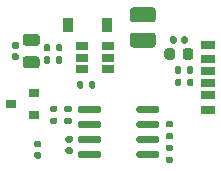
<source format=gbr>
%TF.GenerationSoftware,KiCad,Pcbnew,(5.1.10)-1*%
%TF.CreationDate,2021-05-31T11:52:34-04:00*%
%TF.ProjectId,Charger,43686172-6765-4722-9e6b-696361645f70,rev?*%
%TF.SameCoordinates,Original*%
%TF.FileFunction,Paste,Bot*%
%TF.FilePolarity,Positive*%
%FSLAX46Y46*%
G04 Gerber Fmt 4.6, Leading zero omitted, Abs format (unit mm)*
G04 Created by KiCad (PCBNEW (5.1.10)-1) date 2021-05-31 11:52:34*
%MOMM*%
%LPD*%
G01*
G04 APERTURE LIST*
%ADD10R,1.200000X0.800000*%
%ADD11R,0.900000X0.800000*%
%ADD12R,1.060000X0.650000*%
%ADD13R,0.900000X1.200000*%
G04 APERTURE END LIST*
D10*
%TO.C,J1*%
X156200000Y-102750000D03*
X156200000Y-101520000D03*
X156200000Y-100500000D03*
X156200000Y-99500000D03*
X156200000Y-98480000D03*
X156200000Y-97250000D03*
%TD*%
D11*
%TO.C,Q1*%
X139450000Y-102300000D03*
X141450000Y-103250000D03*
X141450000Y-101350000D03*
%TD*%
D12*
%TO.C,U1*%
X147700000Y-98350000D03*
X147700000Y-99300000D03*
X147700000Y-97400000D03*
X145500000Y-97400000D03*
X145500000Y-98350000D03*
X145500000Y-99300000D03*
%TD*%
%TO.C,U2*%
G36*
G01*
X150100000Y-106705000D02*
X150100000Y-106405000D01*
G75*
G02*
X150250000Y-106255000I150000J0D01*
G01*
X151900000Y-106255000D01*
G75*
G02*
X152050000Y-106405000I0J-150000D01*
G01*
X152050000Y-106705000D01*
G75*
G02*
X151900000Y-106855000I-150000J0D01*
G01*
X150250000Y-106855000D01*
G75*
G02*
X150100000Y-106705000I0J150000D01*
G01*
G37*
G36*
G01*
X150100000Y-105435000D02*
X150100000Y-105135000D01*
G75*
G02*
X150250000Y-104985000I150000J0D01*
G01*
X151900000Y-104985000D01*
G75*
G02*
X152050000Y-105135000I0J-150000D01*
G01*
X152050000Y-105435000D01*
G75*
G02*
X151900000Y-105585000I-150000J0D01*
G01*
X150250000Y-105585000D01*
G75*
G02*
X150100000Y-105435000I0J150000D01*
G01*
G37*
G36*
G01*
X150100000Y-104165000D02*
X150100000Y-103865000D01*
G75*
G02*
X150250000Y-103715000I150000J0D01*
G01*
X151900000Y-103715000D01*
G75*
G02*
X152050000Y-103865000I0J-150000D01*
G01*
X152050000Y-104165000D01*
G75*
G02*
X151900000Y-104315000I-150000J0D01*
G01*
X150250000Y-104315000D01*
G75*
G02*
X150100000Y-104165000I0J150000D01*
G01*
G37*
G36*
G01*
X150100000Y-102895000D02*
X150100000Y-102595000D01*
G75*
G02*
X150250000Y-102445000I150000J0D01*
G01*
X151900000Y-102445000D01*
G75*
G02*
X152050000Y-102595000I0J-150000D01*
G01*
X152050000Y-102895000D01*
G75*
G02*
X151900000Y-103045000I-150000J0D01*
G01*
X150250000Y-103045000D01*
G75*
G02*
X150100000Y-102895000I0J150000D01*
G01*
G37*
G36*
G01*
X145150000Y-102895000D02*
X145150000Y-102595000D01*
G75*
G02*
X145300000Y-102445000I150000J0D01*
G01*
X146950000Y-102445000D01*
G75*
G02*
X147100000Y-102595000I0J-150000D01*
G01*
X147100000Y-102895000D01*
G75*
G02*
X146950000Y-103045000I-150000J0D01*
G01*
X145300000Y-103045000D01*
G75*
G02*
X145150000Y-102895000I0J150000D01*
G01*
G37*
G36*
G01*
X145150000Y-104165000D02*
X145150000Y-103865000D01*
G75*
G02*
X145300000Y-103715000I150000J0D01*
G01*
X146950000Y-103715000D01*
G75*
G02*
X147100000Y-103865000I0J-150000D01*
G01*
X147100000Y-104165000D01*
G75*
G02*
X146950000Y-104315000I-150000J0D01*
G01*
X145300000Y-104315000D01*
G75*
G02*
X145150000Y-104165000I0J150000D01*
G01*
G37*
G36*
G01*
X145150000Y-105435000D02*
X145150000Y-105135000D01*
G75*
G02*
X145300000Y-104985000I150000J0D01*
G01*
X146950000Y-104985000D01*
G75*
G02*
X147100000Y-105135000I0J-150000D01*
G01*
X147100000Y-105435000D01*
G75*
G02*
X146950000Y-105585000I-150000J0D01*
G01*
X145300000Y-105585000D01*
G75*
G02*
X145150000Y-105435000I0J150000D01*
G01*
G37*
G36*
G01*
X145150000Y-106705000D02*
X145150000Y-106405000D01*
G75*
G02*
X145300000Y-106255000I150000J0D01*
G01*
X146950000Y-106255000D01*
G75*
G02*
X147100000Y-106405000I0J-150000D01*
G01*
X147100000Y-106705000D01*
G75*
G02*
X146950000Y-106855000I-150000J0D01*
G01*
X145300000Y-106855000D01*
G75*
G02*
X145150000Y-106705000I0J150000D01*
G01*
G37*
%TD*%
%TO.C,R9*%
G36*
G01*
X142915000Y-103440000D02*
X143285000Y-103440000D01*
G75*
G02*
X143420000Y-103575000I0J-135000D01*
G01*
X143420000Y-103845000D01*
G75*
G02*
X143285000Y-103980000I-135000J0D01*
G01*
X142915000Y-103980000D01*
G75*
G02*
X142780000Y-103845000I0J135000D01*
G01*
X142780000Y-103575000D01*
G75*
G02*
X142915000Y-103440000I135000J0D01*
G01*
G37*
G36*
G01*
X142915000Y-102420000D02*
X143285000Y-102420000D01*
G75*
G02*
X143420000Y-102555000I0J-135000D01*
G01*
X143420000Y-102825000D01*
G75*
G02*
X143285000Y-102960000I-135000J0D01*
G01*
X142915000Y-102960000D01*
G75*
G02*
X142780000Y-102825000I0J135000D01*
G01*
X142780000Y-102555000D01*
G75*
G02*
X142915000Y-102420000I135000J0D01*
G01*
G37*
%TD*%
%TO.C,R8*%
G36*
G01*
X152715000Y-104740000D02*
X153085000Y-104740000D01*
G75*
G02*
X153220000Y-104875000I0J-135000D01*
G01*
X153220000Y-105145000D01*
G75*
G02*
X153085000Y-105280000I-135000J0D01*
G01*
X152715000Y-105280000D01*
G75*
G02*
X152580000Y-105145000I0J135000D01*
G01*
X152580000Y-104875000D01*
G75*
G02*
X152715000Y-104740000I135000J0D01*
G01*
G37*
G36*
G01*
X152715000Y-103720000D02*
X153085000Y-103720000D01*
G75*
G02*
X153220000Y-103855000I0J-135000D01*
G01*
X153220000Y-104125000D01*
G75*
G02*
X153085000Y-104260000I-135000J0D01*
G01*
X152715000Y-104260000D01*
G75*
G02*
X152580000Y-104125000I0J135000D01*
G01*
X152580000Y-103855000D01*
G75*
G02*
X152715000Y-103720000I135000J0D01*
G01*
G37*
%TD*%
%TO.C,R7*%
G36*
G01*
X152715000Y-106740000D02*
X153085000Y-106740000D01*
G75*
G02*
X153220000Y-106875000I0J-135000D01*
G01*
X153220000Y-107145000D01*
G75*
G02*
X153085000Y-107280000I-135000J0D01*
G01*
X152715000Y-107280000D01*
G75*
G02*
X152580000Y-107145000I0J135000D01*
G01*
X152580000Y-106875000D01*
G75*
G02*
X152715000Y-106740000I135000J0D01*
G01*
G37*
G36*
G01*
X152715000Y-105720000D02*
X153085000Y-105720000D01*
G75*
G02*
X153220000Y-105855000I0J-135000D01*
G01*
X153220000Y-106125000D01*
G75*
G02*
X153085000Y-106260000I-135000J0D01*
G01*
X152715000Y-106260000D01*
G75*
G02*
X152580000Y-106125000I0J135000D01*
G01*
X152580000Y-105855000D01*
G75*
G02*
X152715000Y-105720000I135000J0D01*
G01*
G37*
%TD*%
%TO.C,R6*%
G36*
G01*
X144485000Y-102960000D02*
X144115000Y-102960000D01*
G75*
G02*
X143980000Y-102825000I0J135000D01*
G01*
X143980000Y-102555000D01*
G75*
G02*
X144115000Y-102420000I135000J0D01*
G01*
X144485000Y-102420000D01*
G75*
G02*
X144620000Y-102555000I0J-135000D01*
G01*
X144620000Y-102825000D01*
G75*
G02*
X144485000Y-102960000I-135000J0D01*
G01*
G37*
G36*
G01*
X144485000Y-103980000D02*
X144115000Y-103980000D01*
G75*
G02*
X143980000Y-103845000I0J135000D01*
G01*
X143980000Y-103575000D01*
G75*
G02*
X144115000Y-103440000I135000J0D01*
G01*
X144485000Y-103440000D01*
G75*
G02*
X144620000Y-103575000I0J-135000D01*
G01*
X144620000Y-103845000D01*
G75*
G02*
X144485000Y-103980000I-135000J0D01*
G01*
G37*
%TD*%
%TO.C,R5*%
G36*
G01*
X143290000Y-98735000D02*
X143290000Y-98365000D01*
G75*
G02*
X143425000Y-98230000I135000J0D01*
G01*
X143695000Y-98230000D01*
G75*
G02*
X143830000Y-98365000I0J-135000D01*
G01*
X143830000Y-98735000D01*
G75*
G02*
X143695000Y-98870000I-135000J0D01*
G01*
X143425000Y-98870000D01*
G75*
G02*
X143290000Y-98735000I0J135000D01*
G01*
G37*
G36*
G01*
X142270000Y-98735000D02*
X142270000Y-98365000D01*
G75*
G02*
X142405000Y-98230000I135000J0D01*
G01*
X142675000Y-98230000D01*
G75*
G02*
X142810000Y-98365000I0J-135000D01*
G01*
X142810000Y-98735000D01*
G75*
G02*
X142675000Y-98870000I-135000J0D01*
G01*
X142405000Y-98870000D01*
G75*
G02*
X142270000Y-98735000I0J135000D01*
G01*
G37*
%TD*%
%TO.C,R4*%
G36*
G01*
X142810000Y-97327436D02*
X142810000Y-97697436D01*
G75*
G02*
X142675000Y-97832436I-135000J0D01*
G01*
X142405000Y-97832436D01*
G75*
G02*
X142270000Y-97697436I0J135000D01*
G01*
X142270000Y-97327436D01*
G75*
G02*
X142405000Y-97192436I135000J0D01*
G01*
X142675000Y-97192436D01*
G75*
G02*
X142810000Y-97327436I0J-135000D01*
G01*
G37*
G36*
G01*
X143830000Y-97327436D02*
X143830000Y-97697436D01*
G75*
G02*
X143695000Y-97832436I-135000J0D01*
G01*
X143425000Y-97832436D01*
G75*
G02*
X143290000Y-97697436I0J135000D01*
G01*
X143290000Y-97327436D01*
G75*
G02*
X143425000Y-97192436I135000J0D01*
G01*
X143695000Y-97192436D01*
G75*
G02*
X143830000Y-97327436I0J-135000D01*
G01*
G37*
%TD*%
%TO.C,R3*%
G36*
G01*
X146090000Y-100835000D02*
X146090000Y-100465000D01*
G75*
G02*
X146225000Y-100330000I135000J0D01*
G01*
X146495000Y-100330000D01*
G75*
G02*
X146630000Y-100465000I0J-135000D01*
G01*
X146630000Y-100835000D01*
G75*
G02*
X146495000Y-100970000I-135000J0D01*
G01*
X146225000Y-100970000D01*
G75*
G02*
X146090000Y-100835000I0J135000D01*
G01*
G37*
G36*
G01*
X145070000Y-100835000D02*
X145070000Y-100465000D01*
G75*
G02*
X145205000Y-100330000I135000J0D01*
G01*
X145475000Y-100330000D01*
G75*
G02*
X145610000Y-100465000I0J-135000D01*
G01*
X145610000Y-100835000D01*
G75*
G02*
X145475000Y-100970000I-135000J0D01*
G01*
X145205000Y-100970000D01*
G75*
G02*
X145070000Y-100835000I0J135000D01*
G01*
G37*
%TD*%
%TO.C,R2*%
G36*
G01*
X154390000Y-99585000D02*
X154390000Y-99215000D01*
G75*
G02*
X154525000Y-99080000I135000J0D01*
G01*
X154795000Y-99080000D01*
G75*
G02*
X154930000Y-99215000I0J-135000D01*
G01*
X154930000Y-99585000D01*
G75*
G02*
X154795000Y-99720000I-135000J0D01*
G01*
X154525000Y-99720000D01*
G75*
G02*
X154390000Y-99585000I0J135000D01*
G01*
G37*
G36*
G01*
X153370000Y-99585000D02*
X153370000Y-99215000D01*
G75*
G02*
X153505000Y-99080000I135000J0D01*
G01*
X153775000Y-99080000D01*
G75*
G02*
X153910000Y-99215000I0J-135000D01*
G01*
X153910000Y-99585000D01*
G75*
G02*
X153775000Y-99720000I-135000J0D01*
G01*
X153505000Y-99720000D01*
G75*
G02*
X153370000Y-99585000I0J135000D01*
G01*
G37*
%TD*%
%TO.C,R1*%
G36*
G01*
X154390000Y-100635000D02*
X154390000Y-100265000D01*
G75*
G02*
X154525000Y-100130000I135000J0D01*
G01*
X154795000Y-100130000D01*
G75*
G02*
X154930000Y-100265000I0J-135000D01*
G01*
X154930000Y-100635000D01*
G75*
G02*
X154795000Y-100770000I-135000J0D01*
G01*
X154525000Y-100770000D01*
G75*
G02*
X154390000Y-100635000I0J135000D01*
G01*
G37*
G36*
G01*
X153370000Y-100635000D02*
X153370000Y-100265000D01*
G75*
G02*
X153505000Y-100130000I135000J0D01*
G01*
X153775000Y-100130000D01*
G75*
G02*
X153910000Y-100265000I0J-135000D01*
G01*
X153910000Y-100635000D01*
G75*
G02*
X153775000Y-100770000I-135000J0D01*
G01*
X153505000Y-100770000D01*
G75*
G02*
X153370000Y-100635000I0J135000D01*
G01*
G37*
%TD*%
%TO.C,L1*%
G36*
G01*
X151500000Y-95350000D02*
X149800000Y-95350000D01*
G75*
G02*
X149550000Y-95100000I0J250000D01*
G01*
X149550000Y-94350000D01*
G75*
G02*
X149800000Y-94100000I250000J0D01*
G01*
X151500000Y-94100000D01*
G75*
G02*
X151750000Y-94350000I0J-250000D01*
G01*
X151750000Y-95100000D01*
G75*
G02*
X151500000Y-95350000I-250000J0D01*
G01*
G37*
G36*
G01*
X151500000Y-97500000D02*
X149800000Y-97500000D01*
G75*
G02*
X149550000Y-97250000I0J250000D01*
G01*
X149550000Y-96500000D01*
G75*
G02*
X149800000Y-96250000I250000J0D01*
G01*
X151500000Y-96250000D01*
G75*
G02*
X151750000Y-96500000I0J-250000D01*
G01*
X151750000Y-97250000D01*
G75*
G02*
X151500000Y-97500000I-250000J0D01*
G01*
G37*
%TD*%
D13*
%TO.C,D1*%
X147600000Y-95550000D03*
X144300000Y-95550000D03*
%TD*%
%TO.C,C6*%
G36*
G01*
X141920000Y-105950000D02*
X141580000Y-105950000D01*
G75*
G02*
X141440000Y-105810000I0J140000D01*
G01*
X141440000Y-105530000D01*
G75*
G02*
X141580000Y-105390000I140000J0D01*
G01*
X141920000Y-105390000D01*
G75*
G02*
X142060000Y-105530000I0J-140000D01*
G01*
X142060000Y-105810000D01*
G75*
G02*
X141920000Y-105950000I-140000J0D01*
G01*
G37*
G36*
G01*
X141920000Y-106910000D02*
X141580000Y-106910000D01*
G75*
G02*
X141440000Y-106770000I0J140000D01*
G01*
X141440000Y-106490000D01*
G75*
G02*
X141580000Y-106350000I140000J0D01*
G01*
X141920000Y-106350000D01*
G75*
G02*
X142060000Y-106490000I0J-140000D01*
G01*
X142060000Y-106770000D01*
G75*
G02*
X141920000Y-106910000I-140000J0D01*
G01*
G37*
%TD*%
%TO.C,C5*%
G36*
G01*
X144230000Y-105950000D02*
X144570000Y-105950000D01*
G75*
G02*
X144710000Y-106090000I0J-140000D01*
G01*
X144710000Y-106370000D01*
G75*
G02*
X144570000Y-106510000I-140000J0D01*
G01*
X144230000Y-106510000D01*
G75*
G02*
X144090000Y-106370000I0J140000D01*
G01*
X144090000Y-106090000D01*
G75*
G02*
X144230000Y-105950000I140000J0D01*
G01*
G37*
G36*
G01*
X144230000Y-104990000D02*
X144570000Y-104990000D01*
G75*
G02*
X144710000Y-105130000I0J-140000D01*
G01*
X144710000Y-105410000D01*
G75*
G02*
X144570000Y-105550000I-140000J0D01*
G01*
X144230000Y-105550000D01*
G75*
G02*
X144090000Y-105410000I0J140000D01*
G01*
X144090000Y-105130000D01*
G75*
G02*
X144230000Y-104990000I140000J0D01*
G01*
G37*
%TD*%
%TO.C,C4*%
G36*
G01*
X140725000Y-98250000D02*
X141675000Y-98250000D01*
G75*
G02*
X141925000Y-98500000I0J-250000D01*
G01*
X141925000Y-99000000D01*
G75*
G02*
X141675000Y-99250000I-250000J0D01*
G01*
X140725000Y-99250000D01*
G75*
G02*
X140475000Y-99000000I0J250000D01*
G01*
X140475000Y-98500000D01*
G75*
G02*
X140725000Y-98250000I250000J0D01*
G01*
G37*
G36*
G01*
X140725000Y-96350000D02*
X141675000Y-96350000D01*
G75*
G02*
X141925000Y-96600000I0J-250000D01*
G01*
X141925000Y-97100000D01*
G75*
G02*
X141675000Y-97350000I-250000J0D01*
G01*
X140725000Y-97350000D01*
G75*
G02*
X140475000Y-97100000I0J250000D01*
G01*
X140475000Y-96600000D01*
G75*
G02*
X140725000Y-96350000I250000J0D01*
G01*
G37*
%TD*%
%TO.C,C3*%
G36*
G01*
X139680000Y-98000000D02*
X140020000Y-98000000D01*
G75*
G02*
X140160000Y-98140000I0J-140000D01*
G01*
X140160000Y-98420000D01*
G75*
G02*
X140020000Y-98560000I-140000J0D01*
G01*
X139680000Y-98560000D01*
G75*
G02*
X139540000Y-98420000I0J140000D01*
G01*
X139540000Y-98140000D01*
G75*
G02*
X139680000Y-98000000I140000J0D01*
G01*
G37*
G36*
G01*
X139680000Y-97040000D02*
X140020000Y-97040000D01*
G75*
G02*
X140160000Y-97180000I0J-140000D01*
G01*
X140160000Y-97460000D01*
G75*
G02*
X140020000Y-97600000I-140000J0D01*
G01*
X139680000Y-97600000D01*
G75*
G02*
X139540000Y-97460000I0J140000D01*
G01*
X139540000Y-97180000D01*
G75*
G02*
X139680000Y-97040000I140000J0D01*
G01*
G37*
%TD*%
%TO.C,C2*%
G36*
G01*
X153375000Y-97800000D02*
X153375000Y-98300000D01*
G75*
G02*
X153150000Y-98525000I-225000J0D01*
G01*
X152700000Y-98525000D01*
G75*
G02*
X152475000Y-98300000I0J225000D01*
G01*
X152475000Y-97800000D01*
G75*
G02*
X152700000Y-97575000I225000J0D01*
G01*
X153150000Y-97575000D01*
G75*
G02*
X153375000Y-97800000I0J-225000D01*
G01*
G37*
G36*
G01*
X154925000Y-97800000D02*
X154925000Y-98300000D01*
G75*
G02*
X154700000Y-98525000I-225000J0D01*
G01*
X154250000Y-98525000D01*
G75*
G02*
X154025000Y-98300000I0J225000D01*
G01*
X154025000Y-97800000D01*
G75*
G02*
X154250000Y-97575000I225000J0D01*
G01*
X154700000Y-97575000D01*
G75*
G02*
X154925000Y-97800000I0J-225000D01*
G01*
G37*
%TD*%
%TO.C,C1*%
G36*
G01*
X153500000Y-96680000D02*
X153500000Y-97020000D01*
G75*
G02*
X153360000Y-97160000I-140000J0D01*
G01*
X153080000Y-97160000D01*
G75*
G02*
X152940000Y-97020000I0J140000D01*
G01*
X152940000Y-96680000D01*
G75*
G02*
X153080000Y-96540000I140000J0D01*
G01*
X153360000Y-96540000D01*
G75*
G02*
X153500000Y-96680000I0J-140000D01*
G01*
G37*
G36*
G01*
X154460000Y-96680000D02*
X154460000Y-97020000D01*
G75*
G02*
X154320000Y-97160000I-140000J0D01*
G01*
X154040000Y-97160000D01*
G75*
G02*
X153900000Y-97020000I0J140000D01*
G01*
X153900000Y-96680000D01*
G75*
G02*
X154040000Y-96540000I140000J0D01*
G01*
X154320000Y-96540000D01*
G75*
G02*
X154460000Y-96680000I0J-140000D01*
G01*
G37*
%TD*%
M02*

</source>
